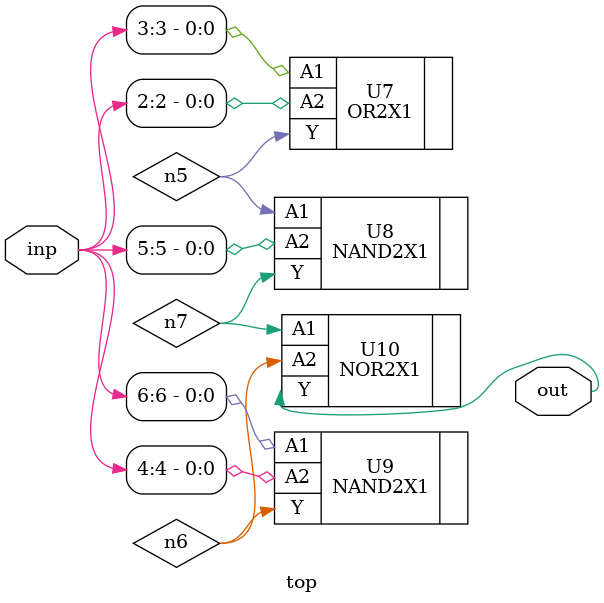
<source format=sv>


module top ( inp, out );
  input [6:0] inp;
  output out;
  wire   n5, n6, n7;

  OR2X1 U7 ( .A1(inp[3]), .A2(inp[2]), .Y(n5) );
  NAND2X1 U8 ( .A1(n5), .A2(inp[5]), .Y(n7) );
  NAND2X1 U9 ( .A1(inp[6]), .A2(inp[4]), .Y(n6) );
  NOR2X1 U10 ( .A1(n7), .A2(n6), .Y(out) );
endmodule


</source>
